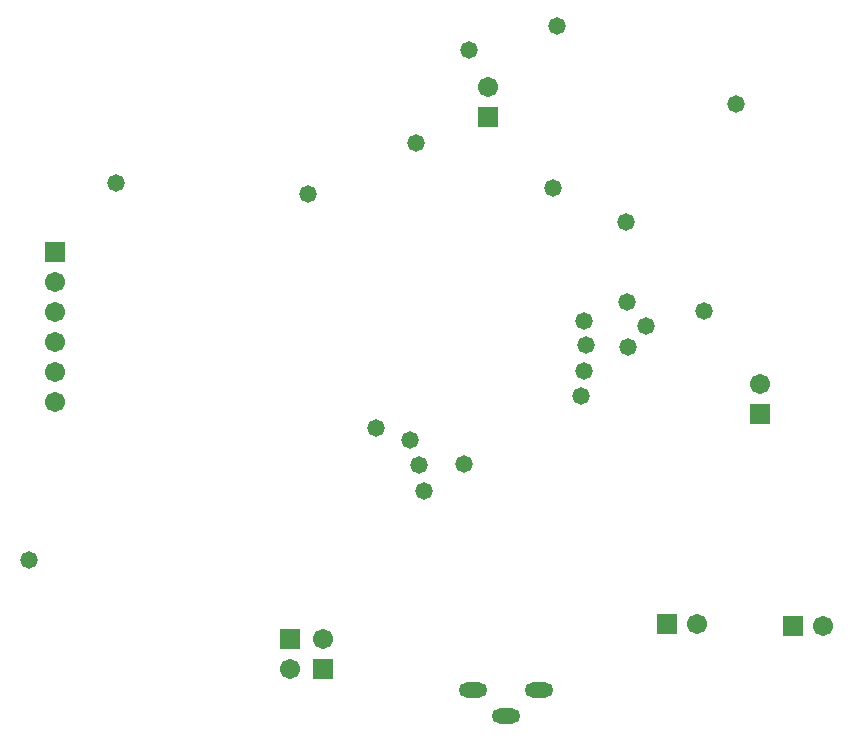
<source format=gbs>
G04*
G04 #@! TF.GenerationSoftware,Altium Limited,Altium Designer,20.1.14 (287)*
G04*
G04 Layer_Color=16711935*
%FSLAX44Y44*%
%MOMM*%
G71*
G04*
G04 #@! TF.SameCoordinates,0151AA7F-9923-44C8-ACC0-2CDA610C712D*
G04*
G04*
G04 #@! TF.FilePolarity,Negative*
G04*
G01*
G75*
%ADD38R,1.7032X1.7032*%
%ADD39C,1.7032*%
%ADD40R,1.7032X1.7032*%
%ADD41O,2.4032X1.3032*%
%ADD42C,1.4732*%
D38*
X405130Y679450D02*
D03*
X772160Y793750D02*
D03*
X632460Y326390D02*
D03*
X604520Y351790D02*
D03*
X1002030Y542290D02*
D03*
D39*
X405130Y654050D02*
D03*
Y628650D02*
D03*
Y603250D02*
D03*
Y577850D02*
D03*
Y552450D02*
D03*
X772160Y819150D02*
D03*
X632460Y351790D02*
D03*
X1055370Y363220D02*
D03*
X948690Y364490D02*
D03*
X604520Y326390D02*
D03*
X1002030Y567690D02*
D03*
D40*
X1029970Y363220D02*
D03*
X923290Y364490D02*
D03*
D41*
X787550Y287070D02*
D03*
X759550Y308570D02*
D03*
X815550D02*
D03*
D42*
X981710Y805180D02*
D03*
X755650Y850900D02*
D03*
X619760Y728980D02*
D03*
X711200Y772160D02*
D03*
X457200Y737870D02*
D03*
X383540Y419100D02*
D03*
X751840Y500380D02*
D03*
X850704Y557530D02*
D03*
X853440Y579120D02*
D03*
X717550Y477520D02*
D03*
X713740Y499110D02*
D03*
X677545Y530340D02*
D03*
X706120Y520700D02*
D03*
X955040Y629920D02*
D03*
X853440Y621030D02*
D03*
X905510Y617220D02*
D03*
X854710Y600710D02*
D03*
X889635Y636905D02*
D03*
X890270Y599440D02*
D03*
X826770Y734060D02*
D03*
X889000Y704850D02*
D03*
X830580Y871220D02*
D03*
M02*

</source>
